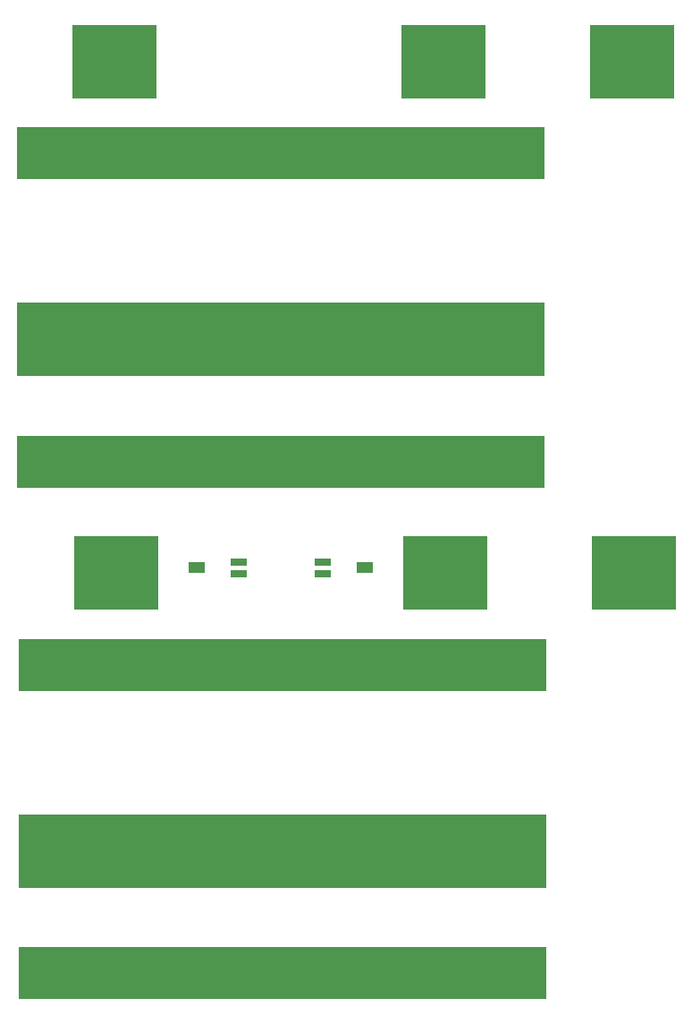
<source format=gtp>
G04 Layer_Color=8421504*
%FSLAX25Y25*%
%MOIN*%
G70*
G01*
G75*
%ADD10R,0.06299X0.03150*%
%ADD11R,0.06299X0.03937*%
%ADD12R,0.31496X0.27559*%
%ADD13R,1.96850X0.19685*%
%ADD14R,1.96850X0.27559*%
D10*
X177445Y180285D02*
D03*
Y184616D02*
D03*
X146378D02*
D03*
Y180285D02*
D03*
D11*
X193193Y182450D02*
D03*
X130630D02*
D03*
D12*
X100585Y180529D02*
D03*
X223321Y180532D02*
D03*
X293498D02*
D03*
X99935Y370998D02*
D03*
X222671Y371000D02*
D03*
X292848D02*
D03*
D13*
X162602Y146300D02*
D03*
Y31500D02*
D03*
X161953Y336769D02*
D03*
Y221969D02*
D03*
D14*
X162500Y77000D02*
D03*
X161850Y267469D02*
D03*
M02*

</source>
